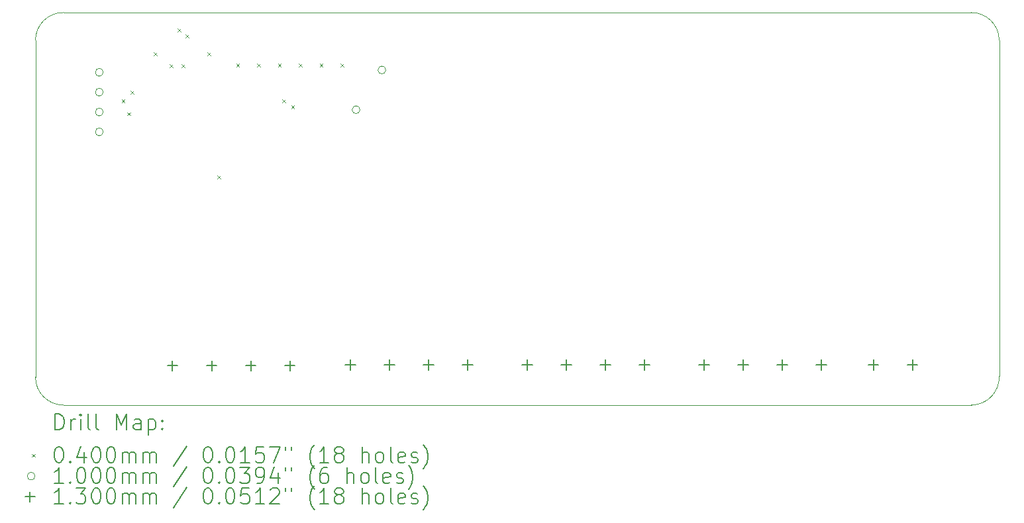
<source format=gbr>
%FSLAX45Y45*%
G04 Gerber Fmt 4.5, Leading zero omitted, Abs format (unit mm)*
G04 Created by KiCad (PCBNEW (6.0.0)) date 2023-01-31 14:33:55*
%MOMM*%
%LPD*%
G01*
G04 APERTURE LIST*
%TA.AperFunction,Profile*%
%ADD10C,0.100000*%
%TD*%
%ADD11C,0.200000*%
%ADD12C,0.040000*%
%ADD13C,0.100000*%
%ADD14C,0.130000*%
G04 APERTURE END LIST*
D10*
X9084400Y-12691300D02*
G75*
G03*
X9440000Y-13046900I355600J0D01*
G01*
X9084400Y-8383400D02*
X9084400Y-12691300D01*
X9440000Y-8027800D02*
X21047900Y-8027800D01*
X21047900Y-13047127D02*
X9440000Y-13046900D01*
X21047900Y-13047127D02*
G75*
G03*
X21403500Y-12678600I0J355827D01*
G01*
X9440000Y-8027800D02*
G75*
G03*
X9084400Y-8383400I0J-355600D01*
G01*
X21403500Y-8383400D02*
G75*
G03*
X21047900Y-8027800I-355600J0D01*
G01*
X21403500Y-8383400D02*
X21403500Y-12678600D01*
D11*
D12*
X10186800Y-9140700D02*
X10226800Y-9180700D01*
X10226800Y-9140700D02*
X10186800Y-9180700D01*
X10256250Y-9303750D02*
X10296250Y-9343750D01*
X10296250Y-9303750D02*
X10256250Y-9343750D01*
X10301100Y-9026400D02*
X10341100Y-9066400D01*
X10341100Y-9026400D02*
X10301100Y-9066400D01*
X10597200Y-8539800D02*
X10637200Y-8579800D01*
X10637200Y-8539800D02*
X10597200Y-8579800D01*
X10800400Y-8692200D02*
X10840400Y-8732200D01*
X10840400Y-8692200D02*
X10800400Y-8732200D01*
X10902000Y-8235000D02*
X10942000Y-8275000D01*
X10942000Y-8235000D02*
X10902000Y-8275000D01*
X10952800Y-8692200D02*
X10992800Y-8732200D01*
X10992800Y-8692200D02*
X10952800Y-8732200D01*
X11003600Y-8311200D02*
X11043600Y-8351200D01*
X11043600Y-8311200D02*
X11003600Y-8351200D01*
X11283000Y-8539800D02*
X11323000Y-8579800D01*
X11323000Y-8539800D02*
X11283000Y-8579800D01*
X11410000Y-10114600D02*
X11450000Y-10154600D01*
X11450000Y-10114600D02*
X11410000Y-10154600D01*
X11651300Y-8679500D02*
X11691300Y-8719500D01*
X11691300Y-8679500D02*
X11651300Y-8719500D01*
X11918000Y-8679500D02*
X11958000Y-8719500D01*
X11958000Y-8679500D02*
X11918000Y-8719500D01*
X12184700Y-8679500D02*
X12224700Y-8719500D01*
X12224700Y-8679500D02*
X12184700Y-8719500D01*
X12239500Y-9140700D02*
X12279500Y-9180700D01*
X12279500Y-9140700D02*
X12239500Y-9180700D01*
X12353800Y-9216900D02*
X12393800Y-9256900D01*
X12393800Y-9216900D02*
X12353800Y-9256900D01*
X12451400Y-8679500D02*
X12491400Y-8719500D01*
X12491400Y-8679500D02*
X12451400Y-8719500D01*
X12718100Y-8679500D02*
X12758100Y-8719500D01*
X12758100Y-8679500D02*
X12718100Y-8719500D01*
X12984800Y-8679500D02*
X13024800Y-8719500D01*
X13024800Y-8679500D02*
X12984800Y-8719500D01*
D13*
X9950000Y-8792400D02*
G75*
G03*
X9950000Y-8792400I-50000J0D01*
G01*
X9950000Y-9046400D02*
G75*
G03*
X9950000Y-9046400I-50000J0D01*
G01*
X9950000Y-9300400D02*
G75*
G03*
X9950000Y-9300400I-50000J0D01*
G01*
X9950000Y-9554400D02*
G75*
G03*
X9950000Y-9554400I-50000J0D01*
G01*
X13232600Y-9271000D02*
G75*
G03*
X13232600Y-9271000I-50000J0D01*
G01*
X13562800Y-8763000D02*
G75*
G03*
X13562800Y-8763000I-50000J0D01*
G01*
D14*
X10836400Y-12479000D02*
X10836400Y-12609000D01*
X10771400Y-12544000D02*
X10901400Y-12544000D01*
X11336400Y-12479000D02*
X11336400Y-12609000D01*
X11271400Y-12544000D02*
X11401400Y-12544000D01*
X11836400Y-12479000D02*
X11836400Y-12609000D01*
X11771400Y-12544000D02*
X11901400Y-12544000D01*
X12336400Y-12479000D02*
X12336400Y-12609000D01*
X12271400Y-12544000D02*
X12401400Y-12544000D01*
X13109700Y-12466300D02*
X13109700Y-12596300D01*
X13044700Y-12531300D02*
X13174700Y-12531300D01*
X13609700Y-12466300D02*
X13609700Y-12596300D01*
X13544700Y-12531300D02*
X13674700Y-12531300D01*
X14109700Y-12466300D02*
X14109700Y-12596300D01*
X14044700Y-12531300D02*
X14174700Y-12531300D01*
X14609700Y-12466300D02*
X14609700Y-12596300D01*
X14544700Y-12531300D02*
X14674700Y-12531300D01*
X15370300Y-12466300D02*
X15370300Y-12596300D01*
X15305300Y-12531300D02*
X15435300Y-12531300D01*
X15870300Y-12466300D02*
X15870300Y-12596300D01*
X15805300Y-12531300D02*
X15935300Y-12531300D01*
X16370300Y-12466300D02*
X16370300Y-12596300D01*
X16305300Y-12531300D02*
X16435300Y-12531300D01*
X16870300Y-12466300D02*
X16870300Y-12596300D01*
X16805300Y-12531300D02*
X16935300Y-12531300D01*
X17630900Y-12466300D02*
X17630900Y-12596300D01*
X17565900Y-12531300D02*
X17695900Y-12531300D01*
X18130900Y-12466300D02*
X18130900Y-12596300D01*
X18065900Y-12531300D02*
X18195900Y-12531300D01*
X18630900Y-12466300D02*
X18630900Y-12596300D01*
X18565900Y-12531300D02*
X18695900Y-12531300D01*
X19130900Y-12466300D02*
X19130900Y-12596300D01*
X19065900Y-12531300D02*
X19195900Y-12531300D01*
X19794600Y-12466300D02*
X19794600Y-12596300D01*
X19729600Y-12531300D02*
X19859600Y-12531300D01*
X20294600Y-12466300D02*
X20294600Y-12596300D01*
X20229600Y-12531300D02*
X20359600Y-12531300D01*
D11*
X9337019Y-13362603D02*
X9337019Y-13162603D01*
X9384638Y-13162603D01*
X9413210Y-13172127D01*
X9432257Y-13191174D01*
X9441781Y-13210222D01*
X9451305Y-13248317D01*
X9451305Y-13276889D01*
X9441781Y-13314984D01*
X9432257Y-13334031D01*
X9413210Y-13353079D01*
X9384638Y-13362603D01*
X9337019Y-13362603D01*
X9537019Y-13362603D02*
X9537019Y-13229269D01*
X9537019Y-13267365D02*
X9546543Y-13248317D01*
X9556067Y-13238793D01*
X9575114Y-13229269D01*
X9594162Y-13229269D01*
X9660829Y-13362603D02*
X9660829Y-13229269D01*
X9660829Y-13162603D02*
X9651305Y-13172127D01*
X9660829Y-13181650D01*
X9670352Y-13172127D01*
X9660829Y-13162603D01*
X9660829Y-13181650D01*
X9784638Y-13362603D02*
X9765590Y-13353079D01*
X9756067Y-13334031D01*
X9756067Y-13162603D01*
X9889400Y-13362603D02*
X9870352Y-13353079D01*
X9860829Y-13334031D01*
X9860829Y-13162603D01*
X10117971Y-13362603D02*
X10117971Y-13162603D01*
X10184638Y-13305460D01*
X10251305Y-13162603D01*
X10251305Y-13362603D01*
X10432257Y-13362603D02*
X10432257Y-13257841D01*
X10422733Y-13238793D01*
X10403686Y-13229269D01*
X10365590Y-13229269D01*
X10346543Y-13238793D01*
X10432257Y-13353079D02*
X10413210Y-13362603D01*
X10365590Y-13362603D01*
X10346543Y-13353079D01*
X10337019Y-13334031D01*
X10337019Y-13314984D01*
X10346543Y-13295936D01*
X10365590Y-13286412D01*
X10413210Y-13286412D01*
X10432257Y-13276889D01*
X10527495Y-13229269D02*
X10527495Y-13429269D01*
X10527495Y-13238793D02*
X10546543Y-13229269D01*
X10584638Y-13229269D01*
X10603686Y-13238793D01*
X10613210Y-13248317D01*
X10622733Y-13267365D01*
X10622733Y-13324508D01*
X10613210Y-13343555D01*
X10603686Y-13353079D01*
X10584638Y-13362603D01*
X10546543Y-13362603D01*
X10527495Y-13353079D01*
X10708448Y-13343555D02*
X10717971Y-13353079D01*
X10708448Y-13362603D01*
X10698924Y-13353079D01*
X10708448Y-13343555D01*
X10708448Y-13362603D01*
X10708448Y-13238793D02*
X10717971Y-13248317D01*
X10708448Y-13257841D01*
X10698924Y-13248317D01*
X10708448Y-13238793D01*
X10708448Y-13257841D01*
D12*
X9039400Y-13672127D02*
X9079400Y-13712127D01*
X9079400Y-13672127D02*
X9039400Y-13712127D01*
D11*
X9375114Y-13582603D02*
X9394162Y-13582603D01*
X9413210Y-13592127D01*
X9422733Y-13601650D01*
X9432257Y-13620698D01*
X9441781Y-13658793D01*
X9441781Y-13706412D01*
X9432257Y-13744508D01*
X9422733Y-13763555D01*
X9413210Y-13773079D01*
X9394162Y-13782603D01*
X9375114Y-13782603D01*
X9356067Y-13773079D01*
X9346543Y-13763555D01*
X9337019Y-13744508D01*
X9327495Y-13706412D01*
X9327495Y-13658793D01*
X9337019Y-13620698D01*
X9346543Y-13601650D01*
X9356067Y-13592127D01*
X9375114Y-13582603D01*
X9527495Y-13763555D02*
X9537019Y-13773079D01*
X9527495Y-13782603D01*
X9517971Y-13773079D01*
X9527495Y-13763555D01*
X9527495Y-13782603D01*
X9708448Y-13649269D02*
X9708448Y-13782603D01*
X9660829Y-13573079D02*
X9613210Y-13715936D01*
X9737019Y-13715936D01*
X9851305Y-13582603D02*
X9870352Y-13582603D01*
X9889400Y-13592127D01*
X9898924Y-13601650D01*
X9908448Y-13620698D01*
X9917971Y-13658793D01*
X9917971Y-13706412D01*
X9908448Y-13744508D01*
X9898924Y-13763555D01*
X9889400Y-13773079D01*
X9870352Y-13782603D01*
X9851305Y-13782603D01*
X9832257Y-13773079D01*
X9822733Y-13763555D01*
X9813210Y-13744508D01*
X9803686Y-13706412D01*
X9803686Y-13658793D01*
X9813210Y-13620698D01*
X9822733Y-13601650D01*
X9832257Y-13592127D01*
X9851305Y-13582603D01*
X10041781Y-13582603D02*
X10060829Y-13582603D01*
X10079876Y-13592127D01*
X10089400Y-13601650D01*
X10098924Y-13620698D01*
X10108448Y-13658793D01*
X10108448Y-13706412D01*
X10098924Y-13744508D01*
X10089400Y-13763555D01*
X10079876Y-13773079D01*
X10060829Y-13782603D01*
X10041781Y-13782603D01*
X10022733Y-13773079D01*
X10013210Y-13763555D01*
X10003686Y-13744508D01*
X9994162Y-13706412D01*
X9994162Y-13658793D01*
X10003686Y-13620698D01*
X10013210Y-13601650D01*
X10022733Y-13592127D01*
X10041781Y-13582603D01*
X10194162Y-13782603D02*
X10194162Y-13649269D01*
X10194162Y-13668317D02*
X10203686Y-13658793D01*
X10222733Y-13649269D01*
X10251305Y-13649269D01*
X10270352Y-13658793D01*
X10279876Y-13677841D01*
X10279876Y-13782603D01*
X10279876Y-13677841D02*
X10289400Y-13658793D01*
X10308448Y-13649269D01*
X10337019Y-13649269D01*
X10356067Y-13658793D01*
X10365590Y-13677841D01*
X10365590Y-13782603D01*
X10460829Y-13782603D02*
X10460829Y-13649269D01*
X10460829Y-13668317D02*
X10470352Y-13658793D01*
X10489400Y-13649269D01*
X10517971Y-13649269D01*
X10537019Y-13658793D01*
X10546543Y-13677841D01*
X10546543Y-13782603D01*
X10546543Y-13677841D02*
X10556067Y-13658793D01*
X10575114Y-13649269D01*
X10603686Y-13649269D01*
X10622733Y-13658793D01*
X10632257Y-13677841D01*
X10632257Y-13782603D01*
X11022733Y-13573079D02*
X10851305Y-13830222D01*
X11279876Y-13582603D02*
X11298924Y-13582603D01*
X11317971Y-13592127D01*
X11327495Y-13601650D01*
X11337019Y-13620698D01*
X11346543Y-13658793D01*
X11346543Y-13706412D01*
X11337019Y-13744508D01*
X11327495Y-13763555D01*
X11317971Y-13773079D01*
X11298924Y-13782603D01*
X11279876Y-13782603D01*
X11260828Y-13773079D01*
X11251305Y-13763555D01*
X11241781Y-13744508D01*
X11232257Y-13706412D01*
X11232257Y-13658793D01*
X11241781Y-13620698D01*
X11251305Y-13601650D01*
X11260828Y-13592127D01*
X11279876Y-13582603D01*
X11432257Y-13763555D02*
X11441781Y-13773079D01*
X11432257Y-13782603D01*
X11422733Y-13773079D01*
X11432257Y-13763555D01*
X11432257Y-13782603D01*
X11565590Y-13582603D02*
X11584638Y-13582603D01*
X11603686Y-13592127D01*
X11613209Y-13601650D01*
X11622733Y-13620698D01*
X11632257Y-13658793D01*
X11632257Y-13706412D01*
X11622733Y-13744508D01*
X11613209Y-13763555D01*
X11603686Y-13773079D01*
X11584638Y-13782603D01*
X11565590Y-13782603D01*
X11546543Y-13773079D01*
X11537019Y-13763555D01*
X11527495Y-13744508D01*
X11517971Y-13706412D01*
X11517971Y-13658793D01*
X11527495Y-13620698D01*
X11537019Y-13601650D01*
X11546543Y-13592127D01*
X11565590Y-13582603D01*
X11822733Y-13782603D02*
X11708448Y-13782603D01*
X11765590Y-13782603D02*
X11765590Y-13582603D01*
X11746543Y-13611174D01*
X11727495Y-13630222D01*
X11708448Y-13639746D01*
X12003686Y-13582603D02*
X11908448Y-13582603D01*
X11898924Y-13677841D01*
X11908448Y-13668317D01*
X11927495Y-13658793D01*
X11975114Y-13658793D01*
X11994162Y-13668317D01*
X12003686Y-13677841D01*
X12013209Y-13696889D01*
X12013209Y-13744508D01*
X12003686Y-13763555D01*
X11994162Y-13773079D01*
X11975114Y-13782603D01*
X11927495Y-13782603D01*
X11908448Y-13773079D01*
X11898924Y-13763555D01*
X12079876Y-13582603D02*
X12213209Y-13582603D01*
X12127495Y-13782603D01*
X12279876Y-13582603D02*
X12279876Y-13620698D01*
X12356067Y-13582603D02*
X12356067Y-13620698D01*
X12651305Y-13858793D02*
X12641781Y-13849269D01*
X12622733Y-13820698D01*
X12613209Y-13801650D01*
X12603686Y-13773079D01*
X12594162Y-13725460D01*
X12594162Y-13687365D01*
X12603686Y-13639746D01*
X12613209Y-13611174D01*
X12622733Y-13592127D01*
X12641781Y-13563555D01*
X12651305Y-13554031D01*
X12832257Y-13782603D02*
X12717971Y-13782603D01*
X12775114Y-13782603D02*
X12775114Y-13582603D01*
X12756067Y-13611174D01*
X12737019Y-13630222D01*
X12717971Y-13639746D01*
X12946543Y-13668317D02*
X12927495Y-13658793D01*
X12917971Y-13649269D01*
X12908448Y-13630222D01*
X12908448Y-13620698D01*
X12917971Y-13601650D01*
X12927495Y-13592127D01*
X12946543Y-13582603D01*
X12984638Y-13582603D01*
X13003686Y-13592127D01*
X13013209Y-13601650D01*
X13022733Y-13620698D01*
X13022733Y-13630222D01*
X13013209Y-13649269D01*
X13003686Y-13658793D01*
X12984638Y-13668317D01*
X12946543Y-13668317D01*
X12927495Y-13677841D01*
X12917971Y-13687365D01*
X12908448Y-13706412D01*
X12908448Y-13744508D01*
X12917971Y-13763555D01*
X12927495Y-13773079D01*
X12946543Y-13782603D01*
X12984638Y-13782603D01*
X13003686Y-13773079D01*
X13013209Y-13763555D01*
X13022733Y-13744508D01*
X13022733Y-13706412D01*
X13013209Y-13687365D01*
X13003686Y-13677841D01*
X12984638Y-13668317D01*
X13260828Y-13782603D02*
X13260828Y-13582603D01*
X13346543Y-13782603D02*
X13346543Y-13677841D01*
X13337019Y-13658793D01*
X13317971Y-13649269D01*
X13289400Y-13649269D01*
X13270352Y-13658793D01*
X13260828Y-13668317D01*
X13470352Y-13782603D02*
X13451305Y-13773079D01*
X13441781Y-13763555D01*
X13432257Y-13744508D01*
X13432257Y-13687365D01*
X13441781Y-13668317D01*
X13451305Y-13658793D01*
X13470352Y-13649269D01*
X13498924Y-13649269D01*
X13517971Y-13658793D01*
X13527495Y-13668317D01*
X13537019Y-13687365D01*
X13537019Y-13744508D01*
X13527495Y-13763555D01*
X13517971Y-13773079D01*
X13498924Y-13782603D01*
X13470352Y-13782603D01*
X13651305Y-13782603D02*
X13632257Y-13773079D01*
X13622733Y-13754031D01*
X13622733Y-13582603D01*
X13803686Y-13773079D02*
X13784638Y-13782603D01*
X13746543Y-13782603D01*
X13727495Y-13773079D01*
X13717971Y-13754031D01*
X13717971Y-13677841D01*
X13727495Y-13658793D01*
X13746543Y-13649269D01*
X13784638Y-13649269D01*
X13803686Y-13658793D01*
X13813209Y-13677841D01*
X13813209Y-13696889D01*
X13717971Y-13715936D01*
X13889400Y-13773079D02*
X13908448Y-13782603D01*
X13946543Y-13782603D01*
X13965590Y-13773079D01*
X13975114Y-13754031D01*
X13975114Y-13744508D01*
X13965590Y-13725460D01*
X13946543Y-13715936D01*
X13917971Y-13715936D01*
X13898924Y-13706412D01*
X13889400Y-13687365D01*
X13889400Y-13677841D01*
X13898924Y-13658793D01*
X13917971Y-13649269D01*
X13946543Y-13649269D01*
X13965590Y-13658793D01*
X14041781Y-13858793D02*
X14051305Y-13849269D01*
X14070352Y-13820698D01*
X14079876Y-13801650D01*
X14089400Y-13773079D01*
X14098924Y-13725460D01*
X14098924Y-13687365D01*
X14089400Y-13639746D01*
X14079876Y-13611174D01*
X14070352Y-13592127D01*
X14051305Y-13563555D01*
X14041781Y-13554031D01*
D13*
X9079400Y-13956127D02*
G75*
G03*
X9079400Y-13956127I-50000J0D01*
G01*
D11*
X9441781Y-14046603D02*
X9327495Y-14046603D01*
X9384638Y-14046603D02*
X9384638Y-13846603D01*
X9365590Y-13875174D01*
X9346543Y-13894222D01*
X9327495Y-13903746D01*
X9527495Y-14027555D02*
X9537019Y-14037079D01*
X9527495Y-14046603D01*
X9517971Y-14037079D01*
X9527495Y-14027555D01*
X9527495Y-14046603D01*
X9660829Y-13846603D02*
X9679876Y-13846603D01*
X9698924Y-13856127D01*
X9708448Y-13865650D01*
X9717971Y-13884698D01*
X9727495Y-13922793D01*
X9727495Y-13970412D01*
X9717971Y-14008508D01*
X9708448Y-14027555D01*
X9698924Y-14037079D01*
X9679876Y-14046603D01*
X9660829Y-14046603D01*
X9641781Y-14037079D01*
X9632257Y-14027555D01*
X9622733Y-14008508D01*
X9613210Y-13970412D01*
X9613210Y-13922793D01*
X9622733Y-13884698D01*
X9632257Y-13865650D01*
X9641781Y-13856127D01*
X9660829Y-13846603D01*
X9851305Y-13846603D02*
X9870352Y-13846603D01*
X9889400Y-13856127D01*
X9898924Y-13865650D01*
X9908448Y-13884698D01*
X9917971Y-13922793D01*
X9917971Y-13970412D01*
X9908448Y-14008508D01*
X9898924Y-14027555D01*
X9889400Y-14037079D01*
X9870352Y-14046603D01*
X9851305Y-14046603D01*
X9832257Y-14037079D01*
X9822733Y-14027555D01*
X9813210Y-14008508D01*
X9803686Y-13970412D01*
X9803686Y-13922793D01*
X9813210Y-13884698D01*
X9822733Y-13865650D01*
X9832257Y-13856127D01*
X9851305Y-13846603D01*
X10041781Y-13846603D02*
X10060829Y-13846603D01*
X10079876Y-13856127D01*
X10089400Y-13865650D01*
X10098924Y-13884698D01*
X10108448Y-13922793D01*
X10108448Y-13970412D01*
X10098924Y-14008508D01*
X10089400Y-14027555D01*
X10079876Y-14037079D01*
X10060829Y-14046603D01*
X10041781Y-14046603D01*
X10022733Y-14037079D01*
X10013210Y-14027555D01*
X10003686Y-14008508D01*
X9994162Y-13970412D01*
X9994162Y-13922793D01*
X10003686Y-13884698D01*
X10013210Y-13865650D01*
X10022733Y-13856127D01*
X10041781Y-13846603D01*
X10194162Y-14046603D02*
X10194162Y-13913269D01*
X10194162Y-13932317D02*
X10203686Y-13922793D01*
X10222733Y-13913269D01*
X10251305Y-13913269D01*
X10270352Y-13922793D01*
X10279876Y-13941841D01*
X10279876Y-14046603D01*
X10279876Y-13941841D02*
X10289400Y-13922793D01*
X10308448Y-13913269D01*
X10337019Y-13913269D01*
X10356067Y-13922793D01*
X10365590Y-13941841D01*
X10365590Y-14046603D01*
X10460829Y-14046603D02*
X10460829Y-13913269D01*
X10460829Y-13932317D02*
X10470352Y-13922793D01*
X10489400Y-13913269D01*
X10517971Y-13913269D01*
X10537019Y-13922793D01*
X10546543Y-13941841D01*
X10546543Y-14046603D01*
X10546543Y-13941841D02*
X10556067Y-13922793D01*
X10575114Y-13913269D01*
X10603686Y-13913269D01*
X10622733Y-13922793D01*
X10632257Y-13941841D01*
X10632257Y-14046603D01*
X11022733Y-13837079D02*
X10851305Y-14094222D01*
X11279876Y-13846603D02*
X11298924Y-13846603D01*
X11317971Y-13856127D01*
X11327495Y-13865650D01*
X11337019Y-13884698D01*
X11346543Y-13922793D01*
X11346543Y-13970412D01*
X11337019Y-14008508D01*
X11327495Y-14027555D01*
X11317971Y-14037079D01*
X11298924Y-14046603D01*
X11279876Y-14046603D01*
X11260828Y-14037079D01*
X11251305Y-14027555D01*
X11241781Y-14008508D01*
X11232257Y-13970412D01*
X11232257Y-13922793D01*
X11241781Y-13884698D01*
X11251305Y-13865650D01*
X11260828Y-13856127D01*
X11279876Y-13846603D01*
X11432257Y-14027555D02*
X11441781Y-14037079D01*
X11432257Y-14046603D01*
X11422733Y-14037079D01*
X11432257Y-14027555D01*
X11432257Y-14046603D01*
X11565590Y-13846603D02*
X11584638Y-13846603D01*
X11603686Y-13856127D01*
X11613209Y-13865650D01*
X11622733Y-13884698D01*
X11632257Y-13922793D01*
X11632257Y-13970412D01*
X11622733Y-14008508D01*
X11613209Y-14027555D01*
X11603686Y-14037079D01*
X11584638Y-14046603D01*
X11565590Y-14046603D01*
X11546543Y-14037079D01*
X11537019Y-14027555D01*
X11527495Y-14008508D01*
X11517971Y-13970412D01*
X11517971Y-13922793D01*
X11527495Y-13884698D01*
X11537019Y-13865650D01*
X11546543Y-13856127D01*
X11565590Y-13846603D01*
X11698924Y-13846603D02*
X11822733Y-13846603D01*
X11756067Y-13922793D01*
X11784638Y-13922793D01*
X11803686Y-13932317D01*
X11813209Y-13941841D01*
X11822733Y-13960889D01*
X11822733Y-14008508D01*
X11813209Y-14027555D01*
X11803686Y-14037079D01*
X11784638Y-14046603D01*
X11727495Y-14046603D01*
X11708448Y-14037079D01*
X11698924Y-14027555D01*
X11917971Y-14046603D02*
X11956067Y-14046603D01*
X11975114Y-14037079D01*
X11984638Y-14027555D01*
X12003686Y-13998984D01*
X12013209Y-13960889D01*
X12013209Y-13884698D01*
X12003686Y-13865650D01*
X11994162Y-13856127D01*
X11975114Y-13846603D01*
X11937019Y-13846603D01*
X11917971Y-13856127D01*
X11908448Y-13865650D01*
X11898924Y-13884698D01*
X11898924Y-13932317D01*
X11908448Y-13951365D01*
X11917971Y-13960889D01*
X11937019Y-13970412D01*
X11975114Y-13970412D01*
X11994162Y-13960889D01*
X12003686Y-13951365D01*
X12013209Y-13932317D01*
X12184638Y-13913269D02*
X12184638Y-14046603D01*
X12137019Y-13837079D02*
X12089400Y-13979936D01*
X12213209Y-13979936D01*
X12279876Y-13846603D02*
X12279876Y-13884698D01*
X12356067Y-13846603D02*
X12356067Y-13884698D01*
X12651305Y-14122793D02*
X12641781Y-14113269D01*
X12622733Y-14084698D01*
X12613209Y-14065650D01*
X12603686Y-14037079D01*
X12594162Y-13989460D01*
X12594162Y-13951365D01*
X12603686Y-13903746D01*
X12613209Y-13875174D01*
X12622733Y-13856127D01*
X12641781Y-13827555D01*
X12651305Y-13818031D01*
X12813209Y-13846603D02*
X12775114Y-13846603D01*
X12756067Y-13856127D01*
X12746543Y-13865650D01*
X12727495Y-13894222D01*
X12717971Y-13932317D01*
X12717971Y-14008508D01*
X12727495Y-14027555D01*
X12737019Y-14037079D01*
X12756067Y-14046603D01*
X12794162Y-14046603D01*
X12813209Y-14037079D01*
X12822733Y-14027555D01*
X12832257Y-14008508D01*
X12832257Y-13960889D01*
X12822733Y-13941841D01*
X12813209Y-13932317D01*
X12794162Y-13922793D01*
X12756067Y-13922793D01*
X12737019Y-13932317D01*
X12727495Y-13941841D01*
X12717971Y-13960889D01*
X13070352Y-14046603D02*
X13070352Y-13846603D01*
X13156067Y-14046603D02*
X13156067Y-13941841D01*
X13146543Y-13922793D01*
X13127495Y-13913269D01*
X13098924Y-13913269D01*
X13079876Y-13922793D01*
X13070352Y-13932317D01*
X13279876Y-14046603D02*
X13260828Y-14037079D01*
X13251305Y-14027555D01*
X13241781Y-14008508D01*
X13241781Y-13951365D01*
X13251305Y-13932317D01*
X13260828Y-13922793D01*
X13279876Y-13913269D01*
X13308448Y-13913269D01*
X13327495Y-13922793D01*
X13337019Y-13932317D01*
X13346543Y-13951365D01*
X13346543Y-14008508D01*
X13337019Y-14027555D01*
X13327495Y-14037079D01*
X13308448Y-14046603D01*
X13279876Y-14046603D01*
X13460828Y-14046603D02*
X13441781Y-14037079D01*
X13432257Y-14018031D01*
X13432257Y-13846603D01*
X13613209Y-14037079D02*
X13594162Y-14046603D01*
X13556067Y-14046603D01*
X13537019Y-14037079D01*
X13527495Y-14018031D01*
X13527495Y-13941841D01*
X13537019Y-13922793D01*
X13556067Y-13913269D01*
X13594162Y-13913269D01*
X13613209Y-13922793D01*
X13622733Y-13941841D01*
X13622733Y-13960889D01*
X13527495Y-13979936D01*
X13698924Y-14037079D02*
X13717971Y-14046603D01*
X13756067Y-14046603D01*
X13775114Y-14037079D01*
X13784638Y-14018031D01*
X13784638Y-14008508D01*
X13775114Y-13989460D01*
X13756067Y-13979936D01*
X13727495Y-13979936D01*
X13708448Y-13970412D01*
X13698924Y-13951365D01*
X13698924Y-13941841D01*
X13708448Y-13922793D01*
X13727495Y-13913269D01*
X13756067Y-13913269D01*
X13775114Y-13922793D01*
X13851305Y-14122793D02*
X13860828Y-14113269D01*
X13879876Y-14084698D01*
X13889400Y-14065650D01*
X13898924Y-14037079D01*
X13908448Y-13989460D01*
X13908448Y-13951365D01*
X13898924Y-13903746D01*
X13889400Y-13875174D01*
X13879876Y-13856127D01*
X13860828Y-13827555D01*
X13851305Y-13818031D01*
D14*
X9014400Y-14155127D02*
X9014400Y-14285127D01*
X8949400Y-14220127D02*
X9079400Y-14220127D01*
D11*
X9441781Y-14310603D02*
X9327495Y-14310603D01*
X9384638Y-14310603D02*
X9384638Y-14110603D01*
X9365590Y-14139174D01*
X9346543Y-14158222D01*
X9327495Y-14167746D01*
X9527495Y-14291555D02*
X9537019Y-14301079D01*
X9527495Y-14310603D01*
X9517971Y-14301079D01*
X9527495Y-14291555D01*
X9527495Y-14310603D01*
X9603686Y-14110603D02*
X9727495Y-14110603D01*
X9660829Y-14186793D01*
X9689400Y-14186793D01*
X9708448Y-14196317D01*
X9717971Y-14205841D01*
X9727495Y-14224889D01*
X9727495Y-14272508D01*
X9717971Y-14291555D01*
X9708448Y-14301079D01*
X9689400Y-14310603D01*
X9632257Y-14310603D01*
X9613210Y-14301079D01*
X9603686Y-14291555D01*
X9851305Y-14110603D02*
X9870352Y-14110603D01*
X9889400Y-14120127D01*
X9898924Y-14129650D01*
X9908448Y-14148698D01*
X9917971Y-14186793D01*
X9917971Y-14234412D01*
X9908448Y-14272508D01*
X9898924Y-14291555D01*
X9889400Y-14301079D01*
X9870352Y-14310603D01*
X9851305Y-14310603D01*
X9832257Y-14301079D01*
X9822733Y-14291555D01*
X9813210Y-14272508D01*
X9803686Y-14234412D01*
X9803686Y-14186793D01*
X9813210Y-14148698D01*
X9822733Y-14129650D01*
X9832257Y-14120127D01*
X9851305Y-14110603D01*
X10041781Y-14110603D02*
X10060829Y-14110603D01*
X10079876Y-14120127D01*
X10089400Y-14129650D01*
X10098924Y-14148698D01*
X10108448Y-14186793D01*
X10108448Y-14234412D01*
X10098924Y-14272508D01*
X10089400Y-14291555D01*
X10079876Y-14301079D01*
X10060829Y-14310603D01*
X10041781Y-14310603D01*
X10022733Y-14301079D01*
X10013210Y-14291555D01*
X10003686Y-14272508D01*
X9994162Y-14234412D01*
X9994162Y-14186793D01*
X10003686Y-14148698D01*
X10013210Y-14129650D01*
X10022733Y-14120127D01*
X10041781Y-14110603D01*
X10194162Y-14310603D02*
X10194162Y-14177269D01*
X10194162Y-14196317D02*
X10203686Y-14186793D01*
X10222733Y-14177269D01*
X10251305Y-14177269D01*
X10270352Y-14186793D01*
X10279876Y-14205841D01*
X10279876Y-14310603D01*
X10279876Y-14205841D02*
X10289400Y-14186793D01*
X10308448Y-14177269D01*
X10337019Y-14177269D01*
X10356067Y-14186793D01*
X10365590Y-14205841D01*
X10365590Y-14310603D01*
X10460829Y-14310603D02*
X10460829Y-14177269D01*
X10460829Y-14196317D02*
X10470352Y-14186793D01*
X10489400Y-14177269D01*
X10517971Y-14177269D01*
X10537019Y-14186793D01*
X10546543Y-14205841D01*
X10546543Y-14310603D01*
X10546543Y-14205841D02*
X10556067Y-14186793D01*
X10575114Y-14177269D01*
X10603686Y-14177269D01*
X10622733Y-14186793D01*
X10632257Y-14205841D01*
X10632257Y-14310603D01*
X11022733Y-14101079D02*
X10851305Y-14358222D01*
X11279876Y-14110603D02*
X11298924Y-14110603D01*
X11317971Y-14120127D01*
X11327495Y-14129650D01*
X11337019Y-14148698D01*
X11346543Y-14186793D01*
X11346543Y-14234412D01*
X11337019Y-14272508D01*
X11327495Y-14291555D01*
X11317971Y-14301079D01*
X11298924Y-14310603D01*
X11279876Y-14310603D01*
X11260828Y-14301079D01*
X11251305Y-14291555D01*
X11241781Y-14272508D01*
X11232257Y-14234412D01*
X11232257Y-14186793D01*
X11241781Y-14148698D01*
X11251305Y-14129650D01*
X11260828Y-14120127D01*
X11279876Y-14110603D01*
X11432257Y-14291555D02*
X11441781Y-14301079D01*
X11432257Y-14310603D01*
X11422733Y-14301079D01*
X11432257Y-14291555D01*
X11432257Y-14310603D01*
X11565590Y-14110603D02*
X11584638Y-14110603D01*
X11603686Y-14120127D01*
X11613209Y-14129650D01*
X11622733Y-14148698D01*
X11632257Y-14186793D01*
X11632257Y-14234412D01*
X11622733Y-14272508D01*
X11613209Y-14291555D01*
X11603686Y-14301079D01*
X11584638Y-14310603D01*
X11565590Y-14310603D01*
X11546543Y-14301079D01*
X11537019Y-14291555D01*
X11527495Y-14272508D01*
X11517971Y-14234412D01*
X11517971Y-14186793D01*
X11527495Y-14148698D01*
X11537019Y-14129650D01*
X11546543Y-14120127D01*
X11565590Y-14110603D01*
X11813209Y-14110603D02*
X11717971Y-14110603D01*
X11708448Y-14205841D01*
X11717971Y-14196317D01*
X11737019Y-14186793D01*
X11784638Y-14186793D01*
X11803686Y-14196317D01*
X11813209Y-14205841D01*
X11822733Y-14224889D01*
X11822733Y-14272508D01*
X11813209Y-14291555D01*
X11803686Y-14301079D01*
X11784638Y-14310603D01*
X11737019Y-14310603D01*
X11717971Y-14301079D01*
X11708448Y-14291555D01*
X12013209Y-14310603D02*
X11898924Y-14310603D01*
X11956067Y-14310603D02*
X11956067Y-14110603D01*
X11937019Y-14139174D01*
X11917971Y-14158222D01*
X11898924Y-14167746D01*
X12089400Y-14129650D02*
X12098924Y-14120127D01*
X12117971Y-14110603D01*
X12165590Y-14110603D01*
X12184638Y-14120127D01*
X12194162Y-14129650D01*
X12203686Y-14148698D01*
X12203686Y-14167746D01*
X12194162Y-14196317D01*
X12079876Y-14310603D01*
X12203686Y-14310603D01*
X12279876Y-14110603D02*
X12279876Y-14148698D01*
X12356067Y-14110603D02*
X12356067Y-14148698D01*
X12651305Y-14386793D02*
X12641781Y-14377269D01*
X12622733Y-14348698D01*
X12613209Y-14329650D01*
X12603686Y-14301079D01*
X12594162Y-14253460D01*
X12594162Y-14215365D01*
X12603686Y-14167746D01*
X12613209Y-14139174D01*
X12622733Y-14120127D01*
X12641781Y-14091555D01*
X12651305Y-14082031D01*
X12832257Y-14310603D02*
X12717971Y-14310603D01*
X12775114Y-14310603D02*
X12775114Y-14110603D01*
X12756067Y-14139174D01*
X12737019Y-14158222D01*
X12717971Y-14167746D01*
X12946543Y-14196317D02*
X12927495Y-14186793D01*
X12917971Y-14177269D01*
X12908448Y-14158222D01*
X12908448Y-14148698D01*
X12917971Y-14129650D01*
X12927495Y-14120127D01*
X12946543Y-14110603D01*
X12984638Y-14110603D01*
X13003686Y-14120127D01*
X13013209Y-14129650D01*
X13022733Y-14148698D01*
X13022733Y-14158222D01*
X13013209Y-14177269D01*
X13003686Y-14186793D01*
X12984638Y-14196317D01*
X12946543Y-14196317D01*
X12927495Y-14205841D01*
X12917971Y-14215365D01*
X12908448Y-14234412D01*
X12908448Y-14272508D01*
X12917971Y-14291555D01*
X12927495Y-14301079D01*
X12946543Y-14310603D01*
X12984638Y-14310603D01*
X13003686Y-14301079D01*
X13013209Y-14291555D01*
X13022733Y-14272508D01*
X13022733Y-14234412D01*
X13013209Y-14215365D01*
X13003686Y-14205841D01*
X12984638Y-14196317D01*
X13260828Y-14310603D02*
X13260828Y-14110603D01*
X13346543Y-14310603D02*
X13346543Y-14205841D01*
X13337019Y-14186793D01*
X13317971Y-14177269D01*
X13289400Y-14177269D01*
X13270352Y-14186793D01*
X13260828Y-14196317D01*
X13470352Y-14310603D02*
X13451305Y-14301079D01*
X13441781Y-14291555D01*
X13432257Y-14272508D01*
X13432257Y-14215365D01*
X13441781Y-14196317D01*
X13451305Y-14186793D01*
X13470352Y-14177269D01*
X13498924Y-14177269D01*
X13517971Y-14186793D01*
X13527495Y-14196317D01*
X13537019Y-14215365D01*
X13537019Y-14272508D01*
X13527495Y-14291555D01*
X13517971Y-14301079D01*
X13498924Y-14310603D01*
X13470352Y-14310603D01*
X13651305Y-14310603D02*
X13632257Y-14301079D01*
X13622733Y-14282031D01*
X13622733Y-14110603D01*
X13803686Y-14301079D02*
X13784638Y-14310603D01*
X13746543Y-14310603D01*
X13727495Y-14301079D01*
X13717971Y-14282031D01*
X13717971Y-14205841D01*
X13727495Y-14186793D01*
X13746543Y-14177269D01*
X13784638Y-14177269D01*
X13803686Y-14186793D01*
X13813209Y-14205841D01*
X13813209Y-14224889D01*
X13717971Y-14243936D01*
X13889400Y-14301079D02*
X13908448Y-14310603D01*
X13946543Y-14310603D01*
X13965590Y-14301079D01*
X13975114Y-14282031D01*
X13975114Y-14272508D01*
X13965590Y-14253460D01*
X13946543Y-14243936D01*
X13917971Y-14243936D01*
X13898924Y-14234412D01*
X13889400Y-14215365D01*
X13889400Y-14205841D01*
X13898924Y-14186793D01*
X13917971Y-14177269D01*
X13946543Y-14177269D01*
X13965590Y-14186793D01*
X14041781Y-14386793D02*
X14051305Y-14377269D01*
X14070352Y-14348698D01*
X14079876Y-14329650D01*
X14089400Y-14301079D01*
X14098924Y-14253460D01*
X14098924Y-14215365D01*
X14089400Y-14167746D01*
X14079876Y-14139174D01*
X14070352Y-14120127D01*
X14051305Y-14091555D01*
X14041781Y-14082031D01*
M02*

</source>
